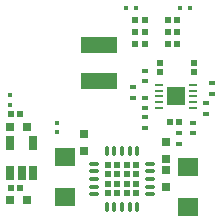
<source format=gtp>
G04*
G04 #@! TF.GenerationSoftware,Altium Limited,Altium Designer,20.0.13 (296)*
G04*
G04 Layer_Color=8421504*
%FSLAX25Y25*%
%MOIN*%
G70*
G01*
G75*
%ADD18R,0.02362X0.02362*%
%ADD19R,0.12000X0.05400*%
%ADD20R,0.01772X0.01772*%
%ADD21R,0.02047X0.02205*%
%ADD22R,0.02205X0.02047*%
%ADD23R,0.02756X0.00984*%
%ADD24R,0.06496X0.06496*%
%ADD25R,0.02165X0.01772*%
%ADD26R,0.03150X0.02953*%
%ADD27R,0.07000X0.06400*%
%ADD28R,0.01772X0.01772*%
%ADD29O,0.03937X0.01378*%
%ADD30O,0.01378X0.03937*%
%ADD31R,0.02953X0.03150*%
%ADD32R,0.02500X0.05000*%
D18*
X343925Y239276D02*
D03*
X347075D02*
D03*
X340775D02*
D03*
X350224D02*
D03*
X350224Y242425D02*
D03*
X340776D02*
D03*
X347075D02*
D03*
X343925D02*
D03*
Y245575D02*
D03*
X347075D02*
D03*
X340776D02*
D03*
X350224D02*
D03*
X350224Y248724D02*
D03*
X340775D02*
D03*
X347075D02*
D03*
X343925D02*
D03*
D19*
X337851Y288532D02*
D03*
Y276532D02*
D03*
D20*
X350000Y301000D02*
D03*
X346850D02*
D03*
X364925D02*
D03*
X368075D02*
D03*
D21*
X363971Y296925D02*
D03*
X360900D02*
D03*
X363971Y292925D02*
D03*
X360900D02*
D03*
X363971Y288900D02*
D03*
X360900D02*
D03*
X353035Y297000D02*
D03*
X349965D02*
D03*
X353035Y293000D02*
D03*
X349965D02*
D03*
X353000Y289000D02*
D03*
X349929D02*
D03*
X364571Y263000D02*
D03*
X361500D02*
D03*
X311594Y265489D02*
D03*
X308523D02*
D03*
X311594Y240988D02*
D03*
X308523D02*
D03*
D22*
X369500Y282571D02*
D03*
Y279500D02*
D03*
X358000Y282571D02*
D03*
Y279500D02*
D03*
D23*
X357890Y271500D02*
D03*
Y273468D02*
D03*
Y275437D02*
D03*
X369110D02*
D03*
Y273468D02*
D03*
Y271500D02*
D03*
Y269531D02*
D03*
Y267563D02*
D03*
X357890Y269531D02*
D03*
Y267563D02*
D03*
D24*
X363500Y271500D02*
D03*
D25*
X353000Y276500D02*
D03*
Y280043D02*
D03*
Y267500D02*
D03*
Y271043D02*
D03*
X349300Y271128D02*
D03*
Y274672D02*
D03*
X353000Y261000D02*
D03*
Y264543D02*
D03*
X375400Y272428D02*
D03*
Y275972D02*
D03*
X373500Y265728D02*
D03*
Y269272D02*
D03*
X369000Y259228D02*
D03*
Y262772D02*
D03*
X364500Y259272D02*
D03*
Y255728D02*
D03*
D26*
X360000Y250646D02*
D03*
Y256354D02*
D03*
Y246854D02*
D03*
Y241146D02*
D03*
X332700Y253246D02*
D03*
Y258954D02*
D03*
D27*
X367500Y248000D02*
D03*
Y234600D02*
D03*
X326400Y251400D02*
D03*
Y238000D02*
D03*
D28*
X323900Y262775D02*
D03*
Y259625D02*
D03*
X308300Y271850D02*
D03*
Y268700D02*
D03*
D29*
X336051Y249118D02*
D03*
Y246559D02*
D03*
Y244000D02*
D03*
Y241441D02*
D03*
Y238882D02*
D03*
X354949D02*
D03*
Y241441D02*
D03*
Y244000D02*
D03*
Y246559D02*
D03*
Y249118D02*
D03*
D30*
X340382Y234551D02*
D03*
X342941D02*
D03*
X345500D02*
D03*
X348059D02*
D03*
X350618D02*
D03*
Y253449D02*
D03*
X348059D02*
D03*
X345500D02*
D03*
X342941D02*
D03*
X340382D02*
D03*
D31*
X308204Y261288D02*
D03*
X313912D02*
D03*
X308058Y236988D02*
D03*
X313767D02*
D03*
D32*
X312108Y245988D02*
D03*
X308308D02*
D03*
X315808Y255989D02*
D03*
Y245988D02*
D03*
X308308Y255989D02*
D03*
M02*

</source>
